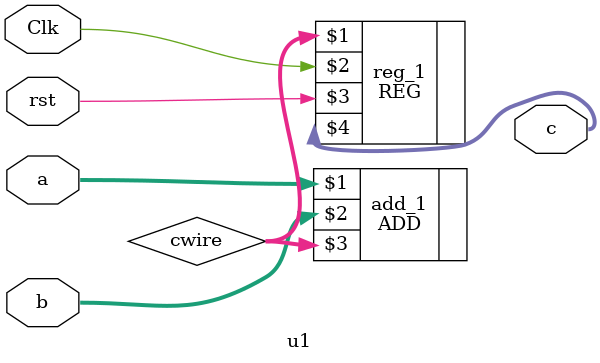
<source format=v>
`timescale 1ns / 1ps

module u1( Clk, rst, a, b, c );
    input Clk, rst;
    input [7:0] a, b;

    output [7:0] c;

    wire [7:0] cwire;

    ADD #(8) add_1(a, b, cwire);
    REG #(8) reg_1(cwire, Clk, rst, c);
endmodule

</source>
